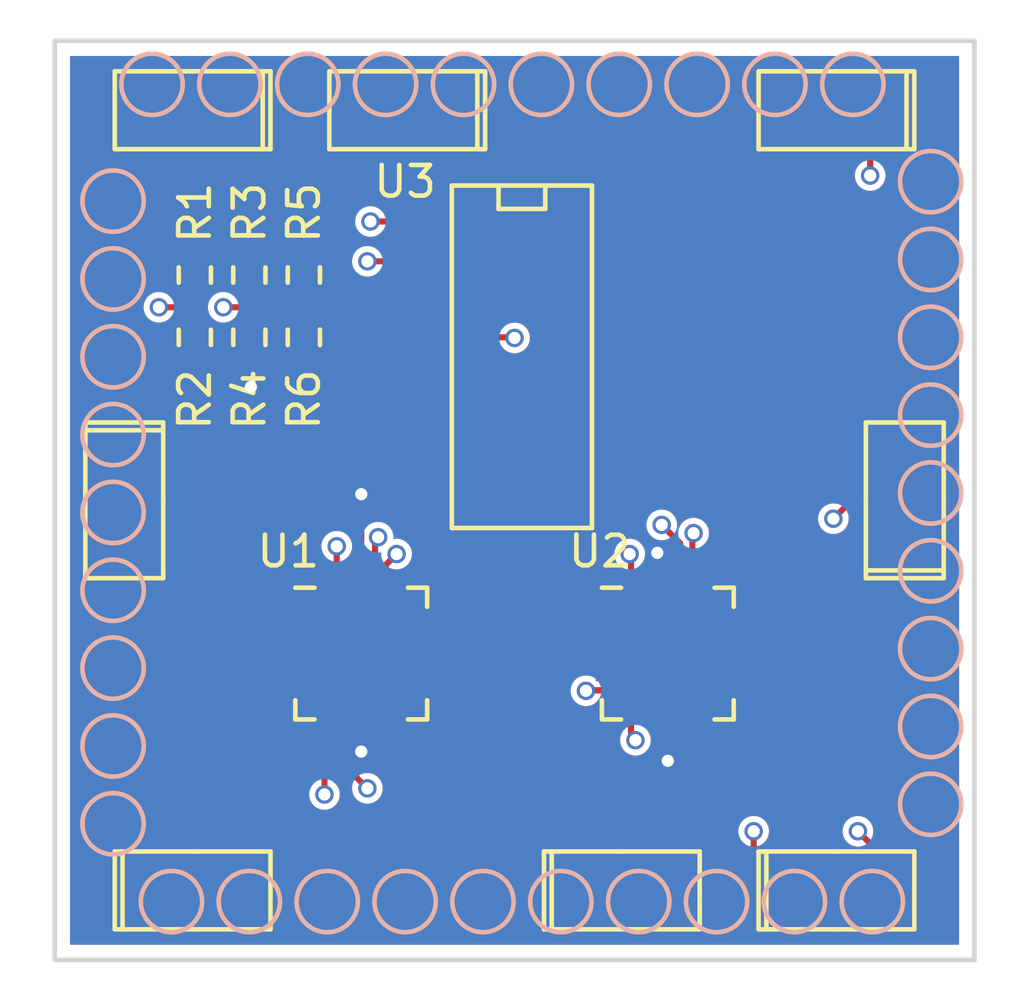
<source format=kicad_pcb>
(kicad_pcb (version 4) (host pcbnew 4.0.5)
  (layers (0 F.Cu mixed) (1 In1.Cu signal) (2 In2.Cu signal) (31 B.Cu mixed) (34 B.Paste user) (35 F.Paste user) (36 B.SilkS user) (37 F.SilkS user) (38 B.Mask user) (39 F.Mask user) (44 Edge.Cuts user))
  (net 0 "")
  (net 1 L_I)
  (net 2 L_V)
  (net 3 0_V)
  (net 4 0_I)
  (net 5 1_I)
  (net 6 1_V)
  (net 7 2_V)
  (net 8 2_I)
  (net 9 3_I)
  (net 10 3_V)
  (net 11 4_V)
  (net 12 4_I)
  (net 13 5_I)
  (net 14 5_V)
  (net 15 R_V)
  (net 16 R_I)
  (net 17 +5V)
  (net 18 A0)
  (net 19 GND)
  (net 20 A1)
  (net 21 A2)
  (net 22 I-)
  (net 23 I+)
  (net 24 "Net-(U1-Pad23)")
  (net 25 SCK)
  (net 26 MOSI)
  (net 27 V-)
  (net 28 V+)
  (net 29 SM_CS)
  (module myparts:0508-0-00-15-00-00-03-0 (layer B.Cu) (at 10.795 -28.575)
    (fp_text reference P1 hide)
    (fp_text value CONN_01X01)
    (fp_circle (center 0 0) (end 1 0) (layer B.SilkS) (width 0.15))
  )
  (module myparts:0508-0-00-15-00-00-03-0 (layer B.Cu) (at 26.67 -1.905)
    (fp_text reference P2 hide)
    (fp_text value CONN_01X01)
    (fp_circle (center 0 0) (end 1 0) (layer B.SilkS) (width 0.15))
  )
  (module myparts:0508-0-00-15-00-00-03-0 (layer B.Cu) (at 19.05 -1.905)
    (fp_text reference P3 hide)
    (fp_text value CONN_01X01)
    (fp_circle (center 0 0) (end 1 0) (layer B.SilkS) (width 0.15))
  )
  (module myparts:0508-0-00-15-00-00-03-0 (layer B.Cu) (at 5.715 -28.575)
    (fp_text reference P4 hide)
    (fp_text value CONN_01X01)
    (fp_circle (center 0 0) (end 1 0) (layer B.SilkS) (width 0.15))
  )
  (module myparts:0508-0-00-15-00-00-03-0 (layer B.Cu) (at 28.575 -5.08 90)
    (fp_text reference P5 hide)
    (fp_text value CONN_01X01)
    (fp_circle (center 0 0) (end 1 0) (layer B.SilkS) (width 0.15))
  )
  (module myparts:0508-0-00-15-00-00-03-0 (layer B.Cu) (at 28.575 -10.16 90)
    (fp_text reference P6 hide)
    (fp_text value CONN_01X01)
    (fp_circle (center 0 0) (end 1 0) (layer B.SilkS) (width 0.15))
  )
  (module myparts:0508-0-00-15-00-00-03-0 (layer B.Cu) (at 24.13 -1.905)
    (fp_text reference P7 hide)
    (fp_text value CONN_01X01)
    (fp_circle (center 0 0) (end 1 0) (layer B.SilkS) (width 0.15))
  )
  (module myparts:0508-0-00-15-00-00-03-0 (layer B.Cu) (at 1.905 -17.145 90)
    (fp_text reference P8 hide)
    (fp_text value CONN_01X01)
    (fp_circle (center 0 0) (end 1 0) (layer B.SilkS) (width 0.15))
  )
  (module myparts:0508-0-00-15-00-00-03-0 (layer B.Cu) (at 3.81 -1.905)
    (fp_text reference P9 hide)
    (fp_text value CONN_01X01)
    (fp_circle (center 0 0) (end 1 0) (layer B.SilkS) (width 0.15))
  )
  (module myparts:0508-0-00-15-00-00-03-0 (layer B.Cu) (at 1.905 -12.065 90)
    (fp_text reference P10 hide)
    (fp_text value CONN_01X01)
    (fp_circle (center 0 0) (end 1 0) (layer B.SilkS) (width 0.15))
  )
  (module myparts:0508-0-00-15-00-00-03-0 (layer B.Cu) (at 23.495 -28.575)
    (fp_text reference P11 hide)
    (fp_text value CONN_01X01)
    (fp_circle (center 0 0) (end 1 0) (layer B.SilkS) (width 0.15))
  )
  (module myparts:0508-0-00-15-00-00-03-0 (layer B.Cu) (at 8.89 -1.905)
    (fp_text reference P12 hide)
    (fp_text value CONN_01X01)
    (fp_circle (center 0 0) (end 1 0) (layer B.SilkS) (width 0.15))
  )
  (module myparts:0508-0-00-15-00-00-03-0 (layer B.Cu) (at 8.255 -28.575)
    (fp_text reference P13 hide)
    (fp_text value CONN_01X01)
    (fp_circle (center 0 0) (end 1 0) (layer B.SilkS) (width 0.15))
  )
  (module myparts:0508-0-00-15-00-00-03-0 (layer B.Cu) (at 3.175 -28.575)
    (fp_text reference P14 hide)
    (fp_text value CONN_01X01)
    (fp_circle (center 0 0) (end 1 0) (layer B.SilkS) (width 0.15))
  )
  (module myparts:0508-0-00-15-00-00-03-0 (layer B.Cu) (at 28.575 -15.24 90)
    (fp_text reference P15 hide)
    (fp_text value CONN_01X01)
    (fp_circle (center 0 0) (end 1 0) (layer B.SilkS) (width 0.15))
  )
  (module myparts:0508-0-00-15-00-00-03-0 (layer B.Cu) (at 1.905 -9.525 90)
    (fp_text reference P16 hide)
    (fp_text value CONN_01X01)
    (fp_circle (center 0 0) (end 1 0) (layer B.SilkS) (width 0.15))
  )
  (module myparts:0508-0-00-15-00-00-03-0 (layer B.Cu) (at 1.905 -6.985 90)
    (fp_text reference P17 hide)
    (fp_text value CONN_01X01)
    (fp_circle (center 0 0) (end 1 0) (layer B.SilkS) (width 0.15))
  )
  (module myparts:0508-0-00-15-00-00-03-0 (layer B.Cu) (at 1.905 -4.445 90)
    (fp_text reference P18 hide)
    (fp_text value CONN_01X01)
    (fp_circle (center 0 0) (end 1 0) (layer B.SilkS) (width 0.15))
  )
  (module myparts:0508-0-00-15-00-00-03-0 (layer B.Cu) (at 1.905 -14.605 90)
    (fp_text reference P19 hide)
    (fp_text value CONN_01X01)
    (fp_circle (center 0 0) (end 1 0) (layer B.SilkS) (width 0.15))
  )
  (module myparts:0508-0-00-15-00-00-03-0 (layer B.Cu) (at 1.905 -19.685 90)
    (fp_text reference P20 hide)
    (fp_text value CONN_01X01)
    (fp_circle (center 0 0) (end 1 0) (layer B.SilkS) (width 0.15))
  )
  (module myparts:0508-0-00-15-00-00-03-0 (layer B.Cu) (at 28.575 -12.7 90)
    (fp_text reference P21 hide)
    (fp_text value CONN_01X01)
    (fp_circle (center 0 0) (end 1 0) (layer B.SilkS) (width 0.15))
  )
  (module myparts:0508-0-00-15-00-00-03-0 (layer B.Cu) (at 6.35 -1.905)
    (fp_text reference P22 hide)
    (fp_text value CONN_01X01)
    (fp_circle (center 0 0) (end 1 0) (layer B.SilkS) (width 0.15))
  )
  (module myparts:0508-0-00-15-00-00-03-0 (layer B.Cu) (at 1.905 -24.765 90)
    (fp_text reference P23 hide)
    (fp_text value CONN_01X01)
    (fp_circle (center 0 0) (end 1 0) (layer B.SilkS) (width 0.15))
  )
  (module myparts:0508-0-00-15-00-00-03-0 (layer B.Cu) (at 1.905 -22.225 90)
    (fp_text reference P24 hide)
    (fp_text value CONN_01X01)
    (fp_circle (center 0 0) (end 1 0) (layer B.SilkS) (width 0.15))
  )
  (module myparts:0508-0-00-15-00-00-03-0 (layer B.Cu) (at 26.035 -28.575)
    (fp_text reference P25 hide)
    (fp_text value CONN_01X01)
    (fp_circle (center 0 0) (end 1 0) (layer B.SilkS) (width 0.15))
  )
  (module myparts:0508-0-00-15-00-00-03-0 (layer B.Cu) (at 21.59 -1.905)
    (fp_text reference P26 hide)
    (fp_text value CONN_01X01)
    (fp_circle (center 0 0) (end 1 0) (layer B.SilkS) (width 0.15))
  )
  (module myparts:0508-0-00-15-00-00-03-0 (layer B.Cu) (at 28.575 -7.62 90)
    (fp_text reference P27 hide)
    (fp_text value CONN_01X01)
    (fp_circle (center 0 0) (end 1 0) (layer B.SilkS) (width 0.15))
  )
  (module myparts:0508-0-00-15-00-00-03-0 (layer B.Cu) (at 18.415 -28.575)
    (fp_text reference P28 hide)
    (fp_text value CONN_01X01)
    (fp_circle (center 0 0) (end 1 0) (layer B.SilkS) (width 0.15))
  )
  (module myparts:0508-0-00-15-00-00-03-0 (layer B.Cu) (at 28.575 -20.32 90)
    (fp_text reference P29 hide)
    (fp_text value CONN_01X01)
    (fp_circle (center 0 0) (end 1 0) (layer B.SilkS) (width 0.15))
  )
  (module myparts:0508-0-00-15-00-00-03-0 (layer B.Cu) (at 16.51 -1.905)
    (fp_text reference P30 hide)
    (fp_text value CONN_01X01)
    (fp_circle (center 0 0) (end 1 0) (layer B.SilkS) (width 0.15))
  )
  (module myparts:0508-0-00-15-00-00-03-0 (layer B.Cu) (at 13.335 -28.575)
    (fp_text reference P31 hide)
    (fp_text value CONN_01X01)
    (fp_circle (center 0 0) (end 1 0) (layer B.SilkS) (width 0.15))
  )
  (module myparts:0508-0-00-15-00-00-03-0 (layer B.Cu) (at 28.575 -25.4 90)
    (fp_text reference P32 hide)
    (fp_text value CONN_01X01)
    (fp_circle (center 0 0) (end 1 0) (layer B.SilkS) (width 0.15))
  )
  (module myparts:0508-0-00-15-00-00-03-0 (layer B.Cu) (at 13.97 -1.905)
    (fp_text reference P33 hide)
    (fp_text value CONN_01X01)
    (fp_circle (center 0 0) (end 1 0) (layer B.SilkS) (width 0.15))
  )
  (module myparts:0508-0-00-15-00-00-03-0 (layer B.Cu) (at 28.575 -22.86 90)
    (fp_text reference P34 hide)
    (fp_text value CONN_01X01)
    (fp_circle (center 0 0) (end 1 0) (layer B.SilkS) (width 0.15))
  )
  (module myparts:0508-0-00-15-00-00-03-0 (layer B.Cu) (at 15.875 -28.575)
    (fp_text reference P35 hide)
    (fp_text value CONN_01X01)
    (fp_circle (center 0 0) (end 1 0) (layer B.SilkS) (width 0.15))
  )
  (module myparts:0508-0-00-15-00-00-03-0 (layer B.Cu) (at 11.43 -1.905)
    (fp_text reference P36 hide)
    (fp_text value CONN_01X01)
    (fp_circle (center 0 0) (end 1 0) (layer B.SilkS) (width 0.15))
  )
  (module myparts:0508-0-00-15-00-00-03-0 (layer B.Cu) (at 28.575 -17.78 90)
    (fp_text reference P37 hide)
    (fp_text value CONN_01X01)
    (fp_circle (center 0 0) (end 1 0) (layer B.SilkS) (width 0.15))
  )
  (module myparts:0508-0-00-15-00-00-03-0 (layer B.Cu) (at 20.955 -28.575)
    (fp_text reference P38 hide)
    (fp_text value CONN_01X01)
    (fp_circle (center 0 0) (end 1 0) (layer B.SilkS) (width 0.15))
  )
  (module myparts:812-22-002-30-007101 (layer F.Cu) (at 2.27 -16.27 270)
    (fp_text reference P39 hide)
    (fp_text value CONN_01X02)
    (fp_line (start -1.016 -1.27) (end -1.016 1.27) (layer F.SilkS) (width 0.15))
    (fp_line (start 1.27 -1.27) (end 3.81 -1.27) (layer F.SilkS) (width 0.15))
    (fp_line (start 3.81 -1.27) (end 3.81 1.27) (layer F.SilkS) (width 0.15))
    (fp_line (start 3.81 1.27) (end 1.27 1.27) (layer F.SilkS) (width 0.15))
    (fp_line (start -1.27 -1.27) (end -1.27 1.27) (layer F.SilkS) (width 0.15))
    (fp_line (start -1.27 1.27) (end 1.27 1.27) (layer F.SilkS) (width 0.15))
    (fp_line (start 1.27 -1.27) (end -1.27 -1.27) (layer F.SilkS) (width 0.15))
    (pad 1 smd circle (at 0 0 270) (size 2.0828 2.0828) (layers F.Cu F.Paste F.Mask) (net 1 L_I))
    (pad 2 smd circle (at 2.54 0 270) (size 2.0828 2.0828) (layers F.Cu F.Paste F.Mask) (net 2 L_V))
  )
  (module myparts:812-22-002-30-007101 (layer F.Cu) (at 5.77 -27.73 180)
    (fp_text reference P40 hide)
    (fp_text value CONN_01X02)
    (fp_line (start -1.016 -1.27) (end -1.016 1.27) (layer F.SilkS) (width 0.15))
    (fp_line (start 1.27 -1.27) (end 3.81 -1.27) (layer F.SilkS) (width 0.15))
    (fp_line (start 3.81 -1.27) (end 3.81 1.27) (layer F.SilkS) (width 0.15))
    (fp_line (start 3.81 1.27) (end 1.27 1.27) (layer F.SilkS) (width 0.15))
    (fp_line (start -1.27 -1.27) (end -1.27 1.27) (layer F.SilkS) (width 0.15))
    (fp_line (start -1.27 1.27) (end 1.27 1.27) (layer F.SilkS) (width 0.15))
    (fp_line (start 1.27 -1.27) (end -1.27 -1.27) (layer F.SilkS) (width 0.15))
    (pad 1 smd circle (at 0 0 180) (size 2.0828 2.0828) (layers F.Cu F.Paste F.Mask) (net 3 0_V))
    (pad 2 smd circle (at 2.54 0 180) (size 2.0828 2.0828) (layers F.Cu F.Paste F.Mask) (net 4 0_I))
  )
  (module myparts:812-22-002-30-007101 (layer F.Cu) (at 3.23 -2.27)
    (fp_text reference P41 hide)
    (fp_text value CONN_01X02)
    (fp_line (start -1.016 -1.27) (end -1.016 1.27) (layer F.SilkS) (width 0.15))
    (fp_line (start 1.27 -1.27) (end 3.81 -1.27) (layer F.SilkS) (width 0.15))
    (fp_line (start 3.81 -1.27) (end 3.81 1.27) (layer F.SilkS) (width 0.15))
    (fp_line (start 3.81 1.27) (end 1.27 1.27) (layer F.SilkS) (width 0.15))
    (fp_line (start -1.27 -1.27) (end -1.27 1.27) (layer F.SilkS) (width 0.15))
    (fp_line (start -1.27 1.27) (end 1.27 1.27) (layer F.SilkS) (width 0.15))
    (fp_line (start 1.27 -1.27) (end -1.27 -1.27) (layer F.SilkS) (width 0.15))
    (pad 1 smd circle (at 0 0) (size 2.0828 2.0828) (layers F.Cu F.Paste F.Mask) (net 5 1_I))
    (pad 2 smd circle (at 2.54 0) (size 2.0828 2.0828) (layers F.Cu F.Paste F.Mask) (net 6 1_V))
  )
  (module myparts:812-22-002-30-007101 (layer F.Cu) (at 12.77 -27.73 180)
    (fp_text reference P42 hide)
    (fp_text value CONN_01X02)
    (fp_line (start -1.016 -1.27) (end -1.016 1.27) (layer F.SilkS) (width 0.15))
    (fp_line (start 1.27 -1.27) (end 3.81 -1.27) (layer F.SilkS) (width 0.15))
    (fp_line (start 3.81 -1.27) (end 3.81 1.27) (layer F.SilkS) (width 0.15))
    (fp_line (start 3.81 1.27) (end 1.27 1.27) (layer F.SilkS) (width 0.15))
    (fp_line (start -1.27 -1.27) (end -1.27 1.27) (layer F.SilkS) (width 0.15))
    (fp_line (start -1.27 1.27) (end 1.27 1.27) (layer F.SilkS) (width 0.15))
    (fp_line (start 1.27 -1.27) (end -1.27 -1.27) (layer F.SilkS) (width 0.15))
    (pad 1 smd circle (at 0 0 180) (size 2.0828 2.0828) (layers F.Cu F.Paste F.Mask) (net 7 2_V))
    (pad 2 smd circle (at 2.54 0 180) (size 2.0828 2.0828) (layers F.Cu F.Paste F.Mask) (net 8 2_I))
  )
  (module myparts:812-22-002-30-007101 (layer F.Cu) (at 17.23 -2.27)
    (fp_text reference P43 hide)
    (fp_text value CONN_01X02)
    (fp_line (start -1.016 -1.27) (end -1.016 1.27) (layer F.SilkS) (width 0.15))
    (fp_line (start 1.27 -1.27) (end 3.81 -1.27) (layer F.SilkS) (width 0.15))
    (fp_line (start 3.81 -1.27) (end 3.81 1.27) (layer F.SilkS) (width 0.15))
    (fp_line (start 3.81 1.27) (end 1.27 1.27) (layer F.SilkS) (width 0.15))
    (fp_line (start -1.27 -1.27) (end -1.27 1.27) (layer F.SilkS) (width 0.15))
    (fp_line (start -1.27 1.27) (end 1.27 1.27) (layer F.SilkS) (width 0.15))
    (fp_line (start 1.27 -1.27) (end -1.27 -1.27) (layer F.SilkS) (width 0.15))
    (pad 1 smd circle (at 0 0) (size 2.0828 2.0828) (layers F.Cu F.Paste F.Mask) (net 9 3_I))
    (pad 2 smd circle (at 2.54 0) (size 2.0828 2.0828) (layers F.Cu F.Paste F.Mask) (net 10 3_V))
  )
  (module myparts:812-22-002-30-007101 (layer F.Cu) (at 26.77 -27.73 180)
    (fp_text reference P44 hide)
    (fp_text value CONN_01X02)
    (fp_line (start -1.016 -1.27) (end -1.016 1.27) (layer F.SilkS) (width 0.15))
    (fp_line (start 1.27 -1.27) (end 3.81 -1.27) (layer F.SilkS) (width 0.15))
    (fp_line (start 3.81 -1.27) (end 3.81 1.27) (layer F.SilkS) (width 0.15))
    (fp_line (start 3.81 1.27) (end 1.27 1.27) (layer F.SilkS) (width 0.15))
    (fp_line (start -1.27 -1.27) (end -1.27 1.27) (layer F.SilkS) (width 0.15))
    (fp_line (start -1.27 1.27) (end 1.27 1.27) (layer F.SilkS) (width 0.15))
    (fp_line (start 1.27 -1.27) (end -1.27 -1.27) (layer F.SilkS) (width 0.15))
    (pad 1 smd circle (at 0 0 180) (size 2.0828 2.0828) (layers F.Cu F.Paste F.Mask) (net 11 4_V))
    (pad 2 smd circle (at 2.54 0 180) (size 2.0828 2.0828) (layers F.Cu F.Paste F.Mask) (net 12 4_I))
  )
  (module myparts:812-22-002-30-007101 (layer F.Cu) (at 24.23 -2.27)
    (fp_text reference P45 hide)
    (fp_text value CONN_01X02)
    (fp_line (start -1.016 -1.27) (end -1.016 1.27) (layer F.SilkS) (width 0.15))
    (fp_line (start 1.27 -1.27) (end 3.81 -1.27) (layer F.SilkS) (width 0.15))
    (fp_line (start 3.81 -1.27) (end 3.81 1.27) (layer F.SilkS) (width 0.15))
    (fp_line (start 3.81 1.27) (end 1.27 1.27) (layer F.SilkS) (width 0.15))
    (fp_line (start -1.27 -1.27) (end -1.27 1.27) (layer F.SilkS) (width 0.15))
    (fp_line (start -1.27 1.27) (end 1.27 1.27) (layer F.SilkS) (width 0.15))
    (fp_line (start 1.27 -1.27) (end -1.27 -1.27) (layer F.SilkS) (width 0.15))
    (pad 1 smd circle (at 0 0) (size 2.0828 2.0828) (layers F.Cu F.Paste F.Mask) (net 13 5_I))
    (pad 2 smd circle (at 2.54 0) (size 2.0828 2.0828) (layers F.Cu F.Paste F.Mask) (net 14 5_V))
  )
  (module myparts:812-22-002-30-007101 (layer F.Cu) (at 27.73 -13.73 90)
    (fp_text reference P46 hide)
    (fp_text value CONN_01X02)
    (fp_line (start -1.016 -1.27) (end -1.016 1.27) (layer F.SilkS) (width 0.15))
    (fp_line (start 1.27 -1.27) (end 3.81 -1.27) (layer F.SilkS) (width 0.15))
    (fp_line (start 3.81 -1.27) (end 3.81 1.27) (layer F.SilkS) (width 0.15))
    (fp_line (start 3.81 1.27) (end 1.27 1.27) (layer F.SilkS) (width 0.15))
    (fp_line (start -1.27 -1.27) (end -1.27 1.27) (layer F.SilkS) (width 0.15))
    (fp_line (start -1.27 1.27) (end 1.27 1.27) (layer F.SilkS) (width 0.15))
    (fp_line (start 1.27 -1.27) (end -1.27 -1.27) (layer F.SilkS) (width 0.15))
    (pad 1 smd circle (at 0 0 90) (size 2.0828 2.0828) (layers F.Cu F.Paste F.Mask) (net 15 R_V))
    (pad 2 smd circle (at 2.54 0 90) (size 2.0828 2.0828) (layers F.Cu F.Paste F.Mask) (net 16 R_I))
  )
  (module Resistors_SMD:R_0402 (layer F.Cu) (at 4.572 -22.352 270)
    (fp_text reference R1 (at -2.032 0 270) (layer F.SilkS))
    (fp_text value R)
    (fp_line (start 0.25 -0.525) (end -0.25 -0.525) (layer F.SilkS) (width 0.15))
    (fp_line (start -0.25 0.525) (end 0.25 0.525) (layer F.SilkS) (width 0.15))
    (pad 1 smd rect (at -0.45 0 270) (size 0.4 0.6) (layers F.Cu F.Paste F.Mask) (net 17 +5V))
    (pad 2 smd rect (at 0.45 0 270) (size 0.4 0.6) (layers F.Cu F.Paste F.Mask) (net 18 A0))
  )
  (module Resistors_SMD:R_0402 (layer F.Cu) (at 4.572 -20.32 270)
    (fp_text reference R2 (at 2.032 0 270) (layer F.SilkS))
    (fp_text value R)
    (fp_line (start 0.25 -0.525) (end -0.25 -0.525) (layer F.SilkS) (width 0.15))
    (fp_line (start -0.25 0.525) (end 0.25 0.525) (layer F.SilkS) (width 0.15))
    (pad 1 smd rect (at -0.45 0 270) (size 0.4 0.6) (layers F.Cu F.Paste F.Mask) (net 18 A0))
    (pad 2 smd rect (at 0.45 0 270) (size 0.4 0.6) (layers F.Cu F.Paste F.Mask) (net 19 GND))
  )
  (module Resistors_SMD:R_0402 (layer F.Cu) (at 6.35 -22.352 270)
    (fp_text reference R3 (at -2.032 0 270) (layer F.SilkS))
    (fp_text value R)
    (fp_line (start 0.25 -0.525) (end -0.25 -0.525) (layer F.SilkS) (width 0.15))
    (fp_line (start -0.25 0.525) (end 0.25 0.525) (layer F.SilkS) (width 0.15))
    (pad 1 smd rect (at -0.45 0 270) (size 0.4 0.6) (layers F.Cu F.Paste F.Mask) (net 17 +5V))
    (pad 2 smd rect (at 0.45 0 270) (size 0.4 0.6) (layers F.Cu F.Paste F.Mask) (net 20 A1))
  )
  (module Resistors_SMD:R_0402 (layer F.Cu) (at 6.35 -20.32 270)
    (fp_text reference R4 (at 2.032 0 270) (layer F.SilkS))
    (fp_text value R)
    (fp_line (start 0.25 -0.525) (end -0.25 -0.525) (layer F.SilkS) (width 0.15))
    (fp_line (start -0.25 0.525) (end 0.25 0.525) (layer F.SilkS) (width 0.15))
    (pad 1 smd rect (at -0.45 0 270) (size 0.4 0.6) (layers F.Cu F.Paste F.Mask) (net 20 A1))
    (pad 2 smd rect (at 0.45 0 270) (size 0.4 0.6) (layers F.Cu F.Paste F.Mask) (net 19 GND))
  )
  (module Resistors_SMD:R_0402 (layer F.Cu) (at 8.128 -22.352 270)
    (fp_text reference R5 (at -2.032 0 270) (layer F.SilkS))
    (fp_text value R)
    (fp_line (start 0.25 -0.525) (end -0.25 -0.525) (layer F.SilkS) (width 0.15))
    (fp_line (start -0.25 0.525) (end 0.25 0.525) (layer F.SilkS) (width 0.15))
    (pad 1 smd rect (at -0.45 0 270) (size 0.4 0.6) (layers F.Cu F.Paste F.Mask) (net 17 +5V))
    (pad 2 smd rect (at 0.45 0 270) (size 0.4 0.6) (layers F.Cu F.Paste F.Mask) (net 21 A2))
  )
  (module Resistors_SMD:R_0402 (layer F.Cu) (at 8.128 -20.32 270)
    (fp_text reference R6 (at 2.032 0 270) (layer F.SilkS))
    (fp_text value R)
    (fp_line (start 0.25 -0.525) (end -0.25 -0.525) (layer F.SilkS) (width 0.15))
    (fp_line (start -0.25 0.525) (end 0.25 0.525) (layer F.SilkS) (width 0.15))
    (pad 1 smd rect (at -0.45 0 270) (size 0.4 0.6) (layers F.Cu F.Paste F.Mask) (net 21 A2))
    (pad 2 smd rect (at 0.45 0 270) (size 0.4 0.6) (layers F.Cu F.Paste F.Mask) (net 19 GND))
  )
  (module Housings_DFN_QFN:QFN-28-1EP_4x4mm_Pitch0.4mm (layer F.Cu) (at 10 -10)
    (fp_text reference U1 (at -2.38 -3.335) (layer F.SilkS))
    (fp_text value MAX14662)
    (fp_line (start 2.15 -2.15) (end 2.15 -1.525) (layer F.SilkS) (width 0.15))
    (fp_line (start -2.15 2.15) (end -2.15 1.525) (layer F.SilkS) (width 0.15))
    (fp_line (start 2.15 2.15) (end 2.15 1.525) (layer F.SilkS) (width 0.15))
    (fp_line (start -2.15 -2.15) (end -1.525 -2.15) (layer F.SilkS) (width 0.15))
    (fp_line (start -2.15 2.15) (end -1.525 2.15) (layer F.SilkS) (width 0.15))
    (fp_line (start 2.15 2.15) (end 1.525 2.15) (layer F.SilkS) (width 0.15))
    (fp_line (start 2.15 -2.15) (end 1.525 -2.15) (layer F.SilkS) (width 0.15))
    (pad 1 smd rect (at -1.95 -1.2) (size 0.8 0.2) (layers F.Cu F.Paste F.Mask) (net 17 +5V))
    (pad 2 smd rect (at -1.95 -0.8) (size 0.8 0.2) (layers F.Cu F.Paste F.Mask) (net 1 L_I))
    (pad 3 smd rect (at -1.95 -0.4) (size 0.8 0.2) (layers F.Cu F.Paste F.Mask) (net 4 0_I))
    (pad 4 smd rect (at -1.95 0) (size 0.8 0.2) (layers F.Cu F.Paste F.Mask) (net 5 1_I))
    (pad 5 smd rect (at -1.95 0.4) (size 0.8 0.2) (layers F.Cu F.Paste F.Mask) (net 8 2_I))
    (pad 6 smd rect (at -1.95 0.8) (size 0.8 0.2) (layers F.Cu F.Paste F.Mask) (net 9 3_I))
    (pad 7 smd rect (at -1.95 1.2) (size 0.8 0.2) (layers F.Cu F.Paste F.Mask) (net 12 4_I))
    (pad 8 smd rect (at -1.2 1.95 90) (size 0.8 0.2) (layers F.Cu F.Paste F.Mask) (net 13 5_I))
    (pad 9 smd rect (at -0.8 1.95 90) (size 0.8 0.2) (layers F.Cu F.Paste F.Mask) (net 16 R_I))
    (pad 10 smd rect (at -0.4 1.95 90) (size 0.8 0.2) (layers F.Cu F.Paste F.Mask))
    (pad 11 smd rect (at 0 1.95 90) (size 0.8 0.2) (layers F.Cu F.Paste F.Mask) (net 19 GND))
    (pad 12 smd rect (at 0.4 1.95 90) (size 0.8 0.2) (layers F.Cu F.Paste F.Mask))
    (pad 13 smd rect (at 0.8 1.95 90) (size 0.8 0.2) (layers F.Cu F.Paste F.Mask))
    (pad 14 smd rect (at 1.2 1.95 90) (size 0.8 0.2) (layers F.Cu F.Paste F.Mask) (net 22 I-))
    (pad 15 smd rect (at 1.95 1.2) (size 0.8 0.2) (layers F.Cu F.Paste F.Mask) (net 23 I+))
    (pad 16 smd rect (at 1.95 0.8) (size 0.8 0.2) (layers F.Cu F.Paste F.Mask) (net 23 I+))
    (pad 17 smd rect (at 1.95 0.4) (size 0.8 0.2) (layers F.Cu F.Paste F.Mask) (net 23 I+))
    (pad 18 smd rect (at 1.95 0) (size 0.8 0.2) (layers F.Cu F.Paste F.Mask) (net 23 I+))
    (pad 19 smd rect (at 1.95 -0.4) (size 0.8 0.2) (layers F.Cu F.Paste F.Mask) (net 23 I+))
    (pad 20 smd rect (at 1.95 -0.8) (size 0.8 0.2) (layers F.Cu F.Paste F.Mask) (net 23 I+))
    (pad 21 smd rect (at 1.95 -1.2) (size 0.8 0.2) (layers F.Cu F.Paste F.Mask) (net 22 I-))
    (pad 22 smd rect (at 1.2 -1.95 90) (size 0.8 0.2) (layers F.Cu F.Paste F.Mask) (net 17 +5V))
    (pad 23 smd rect (at 0.8 -1.95 90) (size 0.8 0.2) (layers F.Cu F.Paste F.Mask) (net 24 "Net-(U1-Pad23)"))
    (pad 24 smd rect (at 0.4 -1.95 90) (size 0.8 0.2) (layers F.Cu F.Paste F.Mask) (net 25 SCK))
    (pad 25 smd rect (at 0 -1.95 90) (size 0.8 0.2) (layers F.Cu F.Paste F.Mask) (net 19 GND))
    (pad 26 smd rect (at -0.4 -1.95 90) (size 0.8 0.2) (layers F.Cu F.Paste F.Mask) (net 17 +5V))
    (pad 27 smd rect (at -0.8 -1.95 90) (size 0.8 0.2) (layers F.Cu F.Paste F.Mask) (net 26 MOSI))
    (pad 28 smd rect (at -1.2 -1.95 90) (size 0.8 0.2) (layers F.Cu F.Paste F.Mask))
    (pad 29 smd rect (at 0.6 0.6) (size 1.2 1.2) (layers F.Cu F.Paste F.Mask))
    (pad 29 smd rect (at 0.6 -0.6) (size 1.2 1.2) (layers F.Cu F.Paste F.Mask))
    (pad 29 smd rect (at -0.6 0.6) (size 1.2 1.2) (layers F.Cu F.Paste F.Mask))
    (pad 29 smd rect (at -0.6 -0.6) (size 1.2 1.2) (layers F.Cu F.Paste F.Mask))
  )
  (module Housings_DFN_QFN:QFN-28-1EP_4x4mm_Pitch0.4mm (layer F.Cu) (at 20 -10)
    (fp_text reference U2 (at -2.22 -3.335) (layer F.SilkS))
    (fp_text value MAX14662)
    (fp_line (start 2.15 -2.15) (end 2.15 -1.525) (layer F.SilkS) (width 0.15))
    (fp_line (start -2.15 2.15) (end -2.15 1.525) (layer F.SilkS) (width 0.15))
    (fp_line (start 2.15 2.15) (end 2.15 1.525) (layer F.SilkS) (width 0.15))
    (fp_line (start -2.15 -2.15) (end -1.525 -2.15) (layer F.SilkS) (width 0.15))
    (fp_line (start -2.15 2.15) (end -1.525 2.15) (layer F.SilkS) (width 0.15))
    (fp_line (start 2.15 2.15) (end 1.525 2.15) (layer F.SilkS) (width 0.15))
    (fp_line (start 2.15 -2.15) (end 1.525 -2.15) (layer F.SilkS) (width 0.15))
    (pad 1 smd rect (at -1.95 -1.2) (size 0.8 0.2) (layers F.Cu F.Paste F.Mask) (net 17 +5V))
    (pad 2 smd rect (at -1.95 -0.8) (size 0.8 0.2) (layers F.Cu F.Paste F.Mask) (net 2 L_V))
    (pad 3 smd rect (at -1.95 -0.4) (size 0.8 0.2) (layers F.Cu F.Paste F.Mask) (net 3 0_V))
    (pad 4 smd rect (at -1.95 0) (size 0.8 0.2) (layers F.Cu F.Paste F.Mask) (net 6 1_V))
    (pad 5 smd rect (at -1.95 0.4) (size 0.8 0.2) (layers F.Cu F.Paste F.Mask) (net 7 2_V))
    (pad 6 smd rect (at -1.95 0.8) (size 0.8 0.2) (layers F.Cu F.Paste F.Mask) (net 10 3_V))
    (pad 7 smd rect (at -1.95 1.2) (size 0.8 0.2) (layers F.Cu F.Paste F.Mask) (net 11 4_V))
    (pad 8 smd rect (at -1.2 1.95 90) (size 0.8 0.2) (layers F.Cu F.Paste F.Mask) (net 14 5_V))
    (pad 9 smd rect (at -0.8 1.95 90) (size 0.8 0.2) (layers F.Cu F.Paste F.Mask) (net 15 R_V))
    (pad 10 smd rect (at -0.4 1.95 90) (size 0.8 0.2) (layers F.Cu F.Paste F.Mask))
    (pad 11 smd rect (at 0 1.95 90) (size 0.8 0.2) (layers F.Cu F.Paste F.Mask) (net 19 GND))
    (pad 12 smd rect (at 0.4 1.95 90) (size 0.8 0.2) (layers F.Cu F.Paste F.Mask))
    (pad 13 smd rect (at 0.8 1.95 90) (size 0.8 0.2) (layers F.Cu F.Paste F.Mask))
    (pad 14 smd rect (at 1.2 1.95 90) (size 0.8 0.2) (layers F.Cu F.Paste F.Mask) (net 27 V-))
    (pad 15 smd rect (at 1.95 1.2) (size 0.8 0.2) (layers F.Cu F.Paste F.Mask) (net 28 V+))
    (pad 16 smd rect (at 1.95 0.8) (size 0.8 0.2) (layers F.Cu F.Paste F.Mask) (net 28 V+))
    (pad 17 smd rect (at 1.95 0.4) (size 0.8 0.2) (layers F.Cu F.Paste F.Mask) (net 28 V+))
    (pad 18 smd rect (at 1.95 0) (size 0.8 0.2) (layers F.Cu F.Paste F.Mask) (net 28 V+))
    (pad 19 smd rect (at 1.95 -0.4) (size 0.8 0.2) (layers F.Cu F.Paste F.Mask) (net 28 V+))
    (pad 20 smd rect (at 1.95 -0.8) (size 0.8 0.2) (layers F.Cu F.Paste F.Mask) (net 28 V+))
    (pad 21 smd rect (at 1.95 -1.2) (size 0.8 0.2) (layers F.Cu F.Paste F.Mask) (net 27 V-))
    (pad 22 smd rect (at 1.2 -1.95 90) (size 0.8 0.2) (layers F.Cu F.Paste F.Mask) (net 17 +5V))
    (pad 23 smd rect (at 0.8 -1.95 90) (size 0.8 0.2) (layers F.Cu F.Paste F.Mask) (net 29 SM_CS))
    (pad 24 smd rect (at 0.4 -1.95 90) (size 0.8 0.2) (layers F.Cu F.Paste F.Mask) (net 25 SCK))
    (pad 25 smd rect (at 0 -1.95 90) (size 0.8 0.2) (layers F.Cu F.Paste F.Mask) (net 19 GND))
    (pad 26 smd rect (at -0.4 -1.95 90) (size 0.8 0.2) (layers F.Cu F.Paste F.Mask) (net 17 +5V))
    (pad 27 smd rect (at -0.8 -1.95 90) (size 0.8 0.2) (layers F.Cu F.Paste F.Mask) (net 26 MOSI))
    (pad 28 smd rect (at -1.2 -1.95 90) (size 0.8 0.2) (layers F.Cu F.Paste F.Mask) (net 24 "Net-(U1-Pad23)"))
    (pad 29 smd rect (at 0.6 0.6) (size 1.2 1.2) (layers F.Cu F.Paste F.Mask))
    (pad 29 smd rect (at 0.6 -0.6) (size 1.2 1.2) (layers F.Cu F.Paste F.Mask))
    (pad 29 smd rect (at -0.6 0.6) (size 1.2 1.2) (layers F.Cu F.Paste F.Mask))
    (pad 29 smd rect (at -0.6 -0.6) (size 1.2 1.2) (layers F.Cu F.Paste F.Mask))
  )
  (module SMD_Packages:SO-16-N (layer F.Cu) (at 15.24 -19.685 270)
    (fp_text reference U3 (at -5.715 3.81 360) (layer F.SilkS))
    (fp_text value PCF8574)
    (fp_line (start -5.588 -0.762) (end -4.826 -0.762) (layer F.SilkS) (width 0.15))
    (fp_line (start -4.826 -0.762) (end -4.826 0.762) (layer F.SilkS) (width 0.15))
    (fp_line (start -4.826 0.762) (end -5.588 0.762) (layer F.SilkS) (width 0.15))
    (fp_line (start 5.588 -2.286) (end 5.588 2.286) (layer F.SilkS) (width 0.15))
    (fp_line (start 5.588 2.286) (end -5.588 2.286) (layer F.SilkS) (width 0.15))
    (fp_line (start -5.588 2.286) (end -5.588 -2.286) (layer F.SilkS) (width 0.15))
    (fp_line (start -5.588 -2.286) (end 5.588 -2.286) (layer F.SilkS) (width 0.15))
    (pad 16 smd rect (at -4.445 -3.175 270) (size 0.508 1.143) (layers F.Cu F.Paste F.Mask) (net 17 +5V))
    (pad 14 smd rect (at -1.905 -3.175 270) (size 0.508 1.143) (layers F.Cu F.Paste F.Mask))
    (pad 13 smd rect (at -0.635 -3.175 270) (size 0.508 1.143) (layers F.Cu F.Paste F.Mask))
    (pad 12 smd rect (at 0.635 -3.175 270) (size 0.508 1.143) (layers F.Cu F.Paste F.Mask))
    (pad 11 smd rect (at 1.905 -3.175 270) (size 0.508 1.143) (layers F.Cu F.Paste F.Mask))
    (pad 10 smd rect (at 3.175 -3.175 270) (size 0.508 1.143) (layers F.Cu F.Paste F.Mask))
    (pad 9 smd rect (at 4.445 -3.175 270) (size 0.508 1.143) (layers F.Cu F.Paste F.Mask))
    (pad 8 smd rect (at 4.445 3.175 270) (size 0.508 1.143) (layers F.Cu F.Paste F.Mask) (net 19 GND))
    (pad 7 smd rect (at 3.175 3.175 270) (size 0.508 1.143) (layers F.Cu F.Paste F.Mask))
    (pad 6 smd rect (at 1.905 3.175 270) (size 0.508 1.143) (layers F.Cu F.Paste F.Mask))
    (pad 5 smd rect (at 0.635 3.175 270) (size 0.508 1.143) (layers F.Cu F.Paste F.Mask))
    (pad 4 smd rect (at -0.635 3.175 270) (size 0.508 1.143) (layers F.Cu F.Paste F.Mask) (net 29 SM_CS))
    (pad 3 smd rect (at -1.905 3.175 270) (size 0.508 1.143) (layers F.Cu F.Paste F.Mask) (net 21 A2))
    (pad 2 smd rect (at -3.175 3.175 270) (size 0.508 1.143) (layers F.Cu F.Paste F.Mask) (net 20 A1))
    (pad 1 smd rect (at -4.445 3.175 270) (size 0.508 1.143) (layers F.Cu F.Paste F.Mask) (net 18 A0))
    (pad 15 smd rect (at -3.175 -3.175 270) (size 0.508 1.143) (layers F.Cu F.Paste F.Mask))
  )
  (gr_line (start 30 0) (end 0 0) (layer Edge.Cuts) (width 0.15))
  (gr_line (start 30 -30) (end 30 0) (layer Edge.Cuts) (width 0.15))
  (gr_line (start 0 -30) (end 30 -30) (layer Edge.Cuts) (width 0.15))
  (gr_line (start 0 0) (end 0 -30) (layer Edge.Cuts) (width 0.15))
  (segment (start 18.05 -8.8) (end 17.345383 -8.8) (width 0.2) (layer F.Cu) (net 11))
  (via (at 17.329297 -8.783914) (size 0.6) (drill 0.4) (layers F.Cu B.Cu) (net 11))
  (segment (start 17.345383 -8.8) (end 17.329297 -8.783914) (width 0.2) (layer F.Cu) (net 11))
  (segment (start 26.6 -25.6) (end 26.6 -27.56) (width 0.2) (layer F.Cu) (net 11))
  (segment (start 26.6 -27.56) (end 26.77 -27.73) (width 0.2) (layer F.Cu) (net 11))
  (via (at 26.6 -25.6) (size 0.6) (drill 0.4) (layers F.Cu B.Cu) (net 11))
  (segment (start 8.8 -5.4) (end 8.8 -8.05) (width 0.2) (layer F.Cu) (net 13))
  (via (at 8.8 -5.4) (size 0.6) (drill 0.4) (layers F.Cu B.Cu) (net 13))
  (segment (start 24.23 -2.27) (end 22.8 -3.7) (width 0.2) (layer F.Cu) (net 13))
  (segment (start 22.8 -3.7) (end 22.8 -4.2) (width 0.2) (layer F.Cu) (net 13))
  (via (at 22.8 -4.2) (size 0.6) (drill 0.4) (layers F.Cu B.Cu) (net 13))
  (segment (start 18.8 -7.314585) (end 18.943688 -7.170897) (width 0.2) (layer F.Cu) (net 14))
  (segment (start 18.8 -8.05) (end 18.8 -7.314585) (width 0.2) (layer F.Cu) (net 14))
  (via (at 18.943688 -7.170897) (size 0.6) (drill 0.4) (layers F.Cu B.Cu) (net 14))
  (segment (start 26.2 -4.2) (end 26.77 -3.63) (width 0.2) (layer F.Cu) (net 14))
  (segment (start 26.77 -3.63) (end 26.77 -2.27) (width 0.2) (layer F.Cu) (net 14))
  (via (at 26.2 -4.2) (size 0.6) (drill 0.4) (layers F.Cu B.Cu) (net 14))
  (segment (start 25.4 -14.4) (end 27.27 -16.27) (width 0.2) (layer F.Cu) (net 16))
  (segment (start 27.27 -16.27) (end 27.73 -16.27) (width 0.2) (layer F.Cu) (net 16))
  (via (at 25.4 -14.4) (size 0.6) (drill 0.4) (layers F.Cu B.Cu) (net 16))
  (segment (start 9.2 -8.05) (end 9.2 -6.6) (width 0.2) (layer F.Cu) (net 16))
  (segment (start 9.2 -6.6) (end 10.2 -5.6) (width 0.2) (layer F.Cu) (net 16))
  (via (at 10.2 -5.6) (size 0.6) (drill 0.4) (layers F.Cu B.Cu) (net 16))
  (segment (start 21.2 -11.95) (end 21.2 -12.6) (width 0.2) (layer F.Cu) (net 17))
  (segment (start 18.05 -11.2) (end 17.2 -11.2) (width 0.2) (layer F.Cu) (net 17))
  (segment (start 19.6 -11.95) (end 19.6 -12.6) (width 0.2) (layer F.Cu) (net 17))
  (segment (start 9.6 -12.9) (end 9.6 -12.8) (width 0.2) (layer F.Cu) (net 17))
  (segment (start 9.6 -11.95) (end 9.6 -12.8) (width 0.2) (layer F.Cu) (net 17))
  (segment (start 10.3 -24.1) (end 12.035 -24.1) (width 0.2) (layer F.Cu) (net 18))
  (segment (start 12.035 -24.1) (end 12.065 -24.13) (width 0.2) (layer F.Cu) (net 18))
  (via (at 10.3 -24.1) (size 0.6) (drill 0.4) (layers F.Cu B.Cu) (net 18))
  (segment (start 4.572 -21.3) (end 4.572 -20.77) (width 0.2) (layer F.Cu) (net 18))
  (segment (start 4.572 -21.3) (end 3.4 -21.3) (width 0.2) (layer F.Cu) (net 18))
  (segment (start 4.572 -21.902) (end 4.572 -21.3) (width 0.2) (layer F.Cu) (net 18))
  (via (at 3.4 -21.3) (size 0.6) (drill 0.4) (layers F.Cu B.Cu) (net 18))
  (segment (start 19.656684 -13.248326) (end 19.656684 -13.285555) (width 0.2) (layer F.Cu) (net 19))
  (segment (start 20 -12.90501) (end 19.656684 -13.248326) (width 0.2) (layer F.Cu) (net 19))
  (segment (start 20 -11.95) (end 20 -12.90501) (width 0.2) (layer F.Cu) (net 19))
  (via (at 19.656684 -13.285555) (size 0.6) (drill 0.4) (layers F.Cu B.Cu) (net 19))
  (via (at 20 -6.5) (size 0.6) (drill 0.4) (layers F.Cu B.Cu) (net 19))
  (segment (start 20 -8.05) (end 20 -6.5) (width 0.2) (layer F.Cu) (net 19))
  (via (at 10 -15.2) (size 0.6) (drill 0.4) (layers F.Cu B.Cu) (net 19))
  (segment (start 12.065 -15.24) (end 10.04 -15.24) (width 0.2) (layer F.Cu) (net 19))
  (segment (start 10.04 -15.24) (end 10 -15.2) (width 0.2) (layer F.Cu) (net 19))
  (segment (start 10 -11.95) (end 10 -15.2) (width 0.2) (layer F.Cu) (net 19))
  (via (at 10 -6.8) (size 0.6) (drill 0.4) (layers F.Cu B.Cu) (net 19))
  (segment (start 10 -8.05) (end 10 -6.8) (width 0.2) (layer F.Cu) (net 19))
  (segment (start 8.128 -19.87) (end 6.35 -19.87) (width 0.2) (layer F.Cu) (net 19))
  (segment (start 4.572 -19.87) (end 6.35 -19.87) (width 0.2) (layer F.Cu) (net 19))
  (segment (start 6.35 -19.87) (end 6.35 -18.75) (width 0.2) (layer F.Cu) (net 19))
  (segment (start 6.35 -18.75) (end 6.4 -18.7) (width 0.2) (layer F.Cu) (net 19))
  (via (at 6.4 -18.7) (size 0.6) (drill 0.4) (layers F.Cu B.Cu) (net 19))
  (segment (start 10.2 -22.8) (end 12.005 -22.8) (width 0.2) (layer F.Cu) (net 20))
  (segment (start 12.005 -22.8) (end 12.065 -22.86) (width 0.2) (layer F.Cu) (net 20))
  (via (at 10.2 -22.8) (size 0.6) (drill 0.4) (layers F.Cu B.Cu) (net 20))
  (segment (start 6.35 -21.3) (end 6.35 -21.902) (width 0.2) (layer F.Cu) (net 20))
  (segment (start 6.35 -20.77) (end 6.35 -21.3) (width 0.2) (layer F.Cu) (net 20))
  (segment (start 6.35 -21.3) (end 5.5 -21.3) (width 0.2) (layer F.Cu) (net 20))
  (via (at 5.5 -21.3) (size 0.6) (drill 0.4) (layers F.Cu B.Cu) (net 20))
  (segment (start 8.128 -21.902) (end 8.128 -21.6) (width 0.2) (layer F.Cu) (net 21))
  (segment (start 8.128 -21.6) (end 8.128 -20.77) (width 0.2) (layer F.Cu) (net 21))
  (segment (start 12.065 -21.59) (end 8.138 -21.59) (width 0.2) (layer F.Cu) (net 21))
  (segment (start 8.138 -21.59) (end 8.128 -21.6) (width 0.2) (layer F.Cu) (net 21))
  (segment (start 13.4 -7.1) (end 11.2 -7.1) (width 0.2) (layer F.Cu) (net 22))
  (segment (start 11.2 -7.1) (end 11.2 -8.05) (width 0.2) (layer F.Cu) (net 22))
  (segment (start 13.4 -11.2) (end 13.4 -7.1) (width 0.2) (layer F.Cu) (net 22))
  (segment (start 11.95 -11.2) (end 13.4 -11.2) (width 0.2) (layer F.Cu) (net 22))
  (segment (start 11.95 -10.4) (end 13 -10.4) (width 0.2) (layer F.Cu) (net 23))
  (segment (start 13 -10.8) (end 13 -10.4) (width 0.2) (layer F.Cu) (net 23))
  (segment (start 11.95 -10.8) (end 13 -10.8) (width 0.2) (layer F.Cu) (net 23))
  (segment (start 13 -10.4) (end 13 -10) (width 0.2) (layer F.Cu) (net 23))
  (segment (start 13 -10) (end 13 -9.6) (width 0.2) (layer F.Cu) (net 23))
  (segment (start 13 -9.6) (end 13 -9.2) (width 0.2) (layer F.Cu) (net 23))
  (segment (start 13 -9.2) (end 13 -8.8) (width 0.2) (layer F.Cu) (net 23))
  (segment (start 13 -8.8) (end 11.95 -8.8) (width 0.2) (layer F.Cu) (net 23))
  (segment (start 11.95 -9.2) (end 13 -9.2) (width 0.2) (layer F.Cu) (net 23))
  (segment (start 11.95 -9.6) (end 13 -9.6) (width 0.2) (layer F.Cu) (net 23))
  (segment (start 11.95 -10) (end 13 -10) (width 0.2) (layer F.Cu) (net 23))
  (segment (start 10.852966 -12.946527) (end 11.152965 -13.246526) (width 0.2) (layer F.Cu) (net 24))
  (segment (start 10.8 -12.893561) (end 10.852966 -12.946527) (width 0.2) (layer F.Cu) (net 24))
  (segment (start 10.8 -11.95) (end 10.8 -12.893561) (width 0.2) (layer F.Cu) (net 24))
  (segment (start 18.8 -13.200554) (end 18.754028 -13.246526) (width 0.2) (layer F.Cu) (net 24))
  (segment (start 18.8 -11.95) (end 18.8 -13.200554) (width 0.2) (layer F.Cu) (net 24))
  (via (at 11.152965 -13.246526) (size 0.6) (drill 0.4) (layers F.Cu B.Cu) (net 24))
  (via (at 18.754028 -13.246526) (size 0.6) (drill 0.4) (layers F.Cu B.Cu) (net 24))
  (segment (start 20.4 -13.6) (end 19.8 -14.2) (width 0.2) (layer F.Cu) (net 25))
  (segment (start 20.4 -11.95) (end 20.4 -13.6) (width 0.2) (layer F.Cu) (net 25))
  (via (at 19.8 -14.2) (size 0.6) (drill 0.4) (layers F.Cu B.Cu) (net 25))
  (via (at 10.55001 -13.796536) (size 0.6) (drill 0.4) (layers F.Cu B.Cu) (net 25))
  (segment (start 10.450002 -13.649998) (end 10.4 -13.7) (width 0.2) (layer F.Cu) (net 25))
  (segment (start 10.496536 -13.796536) (end 10.55001 -13.796536) (width 0.2) (layer F.Cu) (net 25))
  (segment (start 10.4 -13.7) (end 10.496536 -13.796536) (width 0.2) (layer F.Cu) (net 25))
  (segment (start 10.450002 -12.935998) (end 10.450002 -13.649998) (width 0.2) (layer F.Cu) (net 25))
  (segment (start 10.4 -12.885996) (end 10.450002 -12.935998) (width 0.2) (layer F.Cu) (net 25))
  (segment (start 10.4 -11.95) (end 10.4 -12.885996) (width 0.2) (layer F.Cu) (net 25))
  (via (at 9.2 -13.5) (size 0.6) (drill 0.4) (layers F.Cu B.Cu) (net 26))
  (segment (start 9.2 -11.95) (end 9.2 -13.5) (width 0.2) (layer F.Cu) (net 26))
  (segment (start 23.4 -7.5) (end 21.2 -7.5) (width 0.2) (layer F.Cu) (net 27))
  (segment (start 21.2 -7.5) (end 21.2 -8.05) (width 0.2) (layer F.Cu) (net 27))
  (segment (start 21.95 -11.2) (end 23.4 -11.2) (width 0.2) (layer F.Cu) (net 27))
  (segment (start 23.4 -11.2) (end 23.4 -7.5) (width 0.2) (layer F.Cu) (net 27))
  (segment (start 23 -10.4) (end 23 -10) (width 0.2) (layer F.Cu) (net 28))
  (segment (start 23 -10) (end 23 -9.6) (width 0.2) (layer F.Cu) (net 28))
  (segment (start 22.9 -9.2) (end 23 -9.3) (width 0.2) (layer F.Cu) (net 28))
  (segment (start 23 -9.3) (end 23 -8.8) (width 0.2) (layer F.Cu) (net 28))
  (segment (start 23 -9.6) (end 23 -9.3) (width 0.2) (layer F.Cu) (net 28))
  (segment (start 23 -10.8) (end 23 -10.4) (width 0.2) (layer F.Cu) (net 28))
  (segment (start 21.95 -10.4) (end 23 -10.4) (width 0.2) (layer F.Cu) (net 28))
  (segment (start 21.95 -9.6) (end 23 -9.6) (width 0.2) (layer F.Cu) (net 28))
  (segment (start 21.95 -9.2) (end 22.9 -9.2) (width 0.2) (layer F.Cu) (net 28))
  (segment (start 23 -8.8) (end 21.95 -8.8) (width 0.2) (layer F.Cu) (net 28))
  (segment (start 21.95 -10) (end 23 -10) (width 0.2) (layer F.Cu) (net 28))
  (segment (start 21.95 -10.8) (end 23 -10.8) (width 0.2) (layer F.Cu) (net 28))
  (segment (start 20.8 -13.889998) (end 20.840008 -13.930006) (width 0.2) (layer F.Cu) (net 29))
  (via (at 20.840008 -13.930006) (size 0.6) (drill 0.4) (layers F.Cu B.Cu) (net 29))
  (segment (start 20.8 -11.95) (end 20.8 -13.889998) (width 0.2) (layer F.Cu) (net 29))
  (via (at 15 -20.3) (size 0.6) (drill 0.4) (layers F.Cu B.Cu) (net 29))
  (segment (start 14.98 -20.32) (end 15 -20.3) (width 0.2) (layer F.Cu) (net 29))
  (segment (start 12.065 -20.32) (end 14.98 -20.32) (width 0.2) (layer F.Cu) (net 29))
  (zone (net 17) (net_name +5V) (layer F.Cu) (connect_pads (clearance 0.2)) (min_thickness 0.0254) (fill yes (mode segment) (arc_segments 32) (thermal_gap 0.2) (thermal_bridge_width 0.508))
    (polygon (pts (xy 0.5 -29.5) (xy 0.5 -0.5) (xy 29.5 -0.5) (xy 29.5 -29.5)))
  )
  (zone (net 19) (net_name GND) (layer B.Cu) (connect_pads (clearance 0.2)) (min_thickness 0.0254) (fill yes (mode segment) (arc_segments 32) (thermal_gap 0.2) (thermal_bridge_width 0.508))
    (polygon (pts (xy 0.5 -0.5) (xy 0.5 -29.5) (xy 29.5 -29.5) (xy 29.5 -0.5)))
  )
)
</source>
